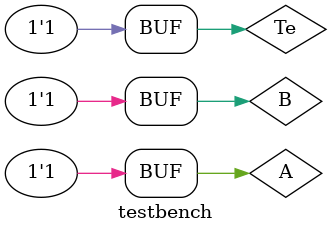
<source format=v>
module testbench();

	reg A, B, Te;
	wire Ts, S;
	
	somador_1bit dut (A, B, Te,S,Ts);
	
	initial
		begin
			repeat(2)
				begin
					A = 0; B = 0; Te = 0; #50
					A = 0; B = 0; Te = 1; #50
					A = 0; B = 1; Te = 0; #50
					A = 0; B = 1; Te = 1; #50
					A = 1; B = 0; Te = 0; #50
					A = 1; B = 0; Te = 1; #50
					A = 1; B = 1; Te = 0; #50
					A = 1; B = 1; Te = 1; #50;
				end
			end
endmodule

</source>
